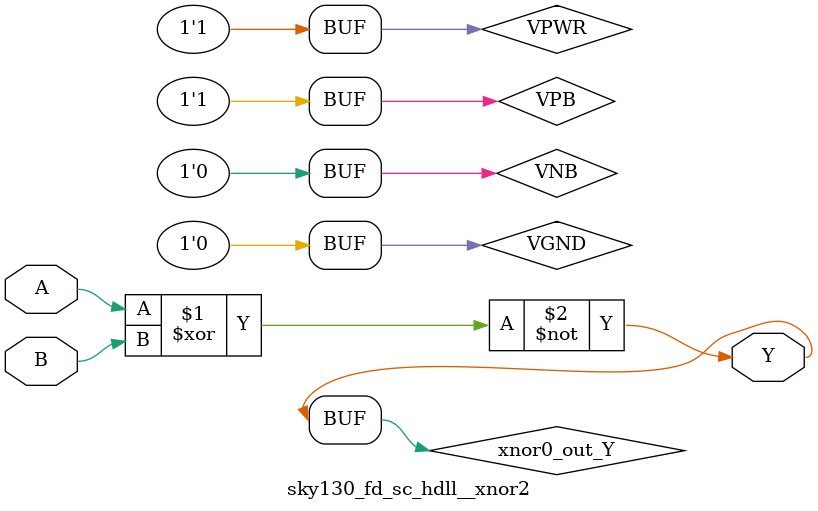
<source format=v>
/*
 * Copyright 2020 The SkyWater PDK Authors
 *
 * Licensed under the Apache License, Version 2.0 (the "License");
 * you may not use this file except in compliance with the License.
 * You may obtain a copy of the License at
 *
 *     https://www.apache.org/licenses/LICENSE-2.0
 *
 * Unless required by applicable law or agreed to in writing, software
 * distributed under the License is distributed on an "AS IS" BASIS,
 * WITHOUT WARRANTIES OR CONDITIONS OF ANY KIND, either express or implied.
 * See the License for the specific language governing permissions and
 * limitations under the License.
 *
 * SPDX-License-Identifier: Apache-2.0
*/


`ifndef SKY130_FD_SC_HDLL__XNOR2_BEHAVIORAL_V
`define SKY130_FD_SC_HDLL__XNOR2_BEHAVIORAL_V

/**
 * xnor2: 2-input exclusive NOR.
 *
 *        Y = !(A ^ B)
 *
 * Verilog simulation functional model.
 */

`timescale 1ns / 1ps
`default_nettype none

`celldefine
module sky130_fd_sc_hdll__xnor2 (
    Y,
    A,
    B
);

    // Module ports
    output Y;
    input  A;
    input  B;

    // Module supplies
    supply1 VPWR;
    supply0 VGND;
    supply1 VPB ;
    supply0 VNB ;

    // Local signals
    wire xnor0_out_Y;

    //   Name   Output       Other arguments
    xnor xnor0 (xnor0_out_Y, A, B           );
    buf  buf0  (Y          , xnor0_out_Y    );

endmodule
`endcelldefine

`default_nettype wire
`endif  // SKY130_FD_SC_HDLL__XNOR2_BEHAVIORAL_V
</source>
